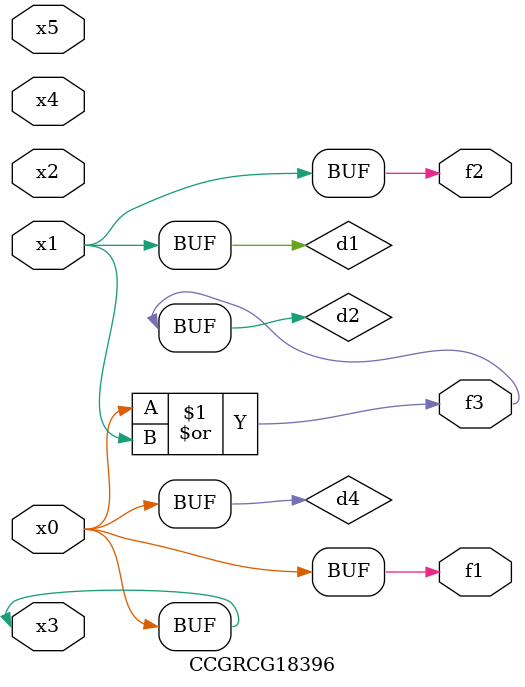
<source format=v>
module CCGRCG18396(
	input x0, x1, x2, x3, x4, x5,
	output f1, f2, f3
);

	wire d1, d2, d3, d4;

	and (d1, x1);
	or (d2, x0, x1);
	nand (d3, x0, x5);
	buf (d4, x0, x3);
	assign f1 = d4;
	assign f2 = d1;
	assign f3 = d2;
endmodule

</source>
